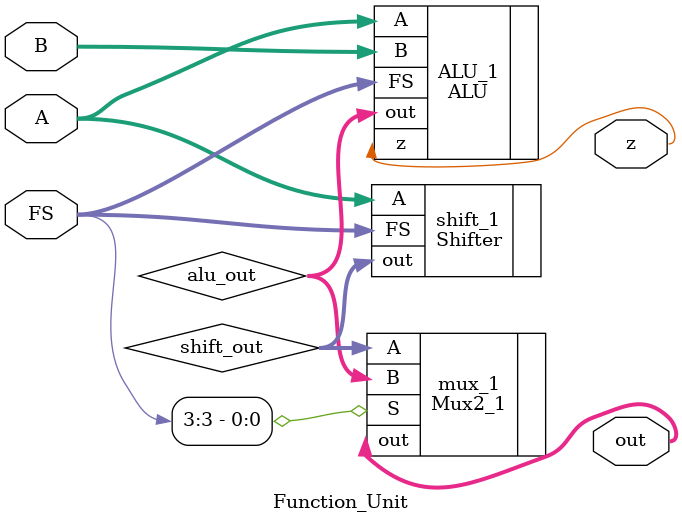
<source format=v>
`timescale 1ns / 1ps


module Function_Unit(
    input [15:0] A,
    input [15:0] B,
    input [3:0] FS,
    output z,
    output [15:0] out
    );
    
    wire [15:0] alu_out;
    wire [15:0] shift_out;
    
    ALU ALU_1(.A(A),.B(B),.FS(FS),.out(alu_out),.z(z));
    Shifter shift_1(.A(A),.FS(FS),.out(shift_out));
    Mux2_1 mux_1(.A(shift_out),.B(alu_out),.S(FS[3]),.out(out));
    
endmodule

</source>
